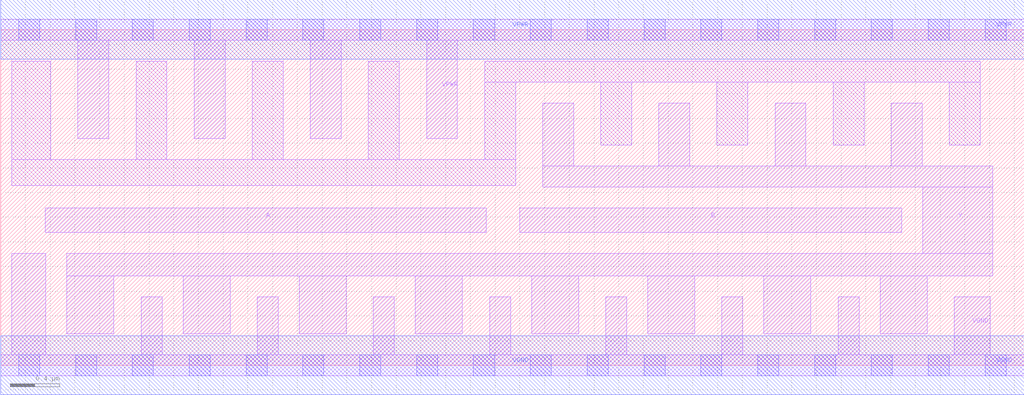
<source format=lef>
# Copyright 2020 The SkyWater PDK Authors
#
# Licensed under the Apache License, Version 2.0 (the "License");
# you may not use this file except in compliance with the License.
# You may obtain a copy of the License at
#
#     https://www.apache.org/licenses/LICENSE-2.0
#
# Unless required by applicable law or agreed to in writing, software
# distributed under the License is distributed on an "AS IS" BASIS,
# WITHOUT WARRANTIES OR CONDITIONS OF ANY KIND, either express or implied.
# See the License for the specific language governing permissions and
# limitations under the License.
#
# SPDX-License-Identifier: Apache-2.0

VERSION 5.7 ;
  NAMESCASESENSITIVE ON ;
  NOWIREEXTENSIONATPIN ON ;
  DIVIDERCHAR "/" ;
  BUSBITCHARS "[]" ;
UNITS
  DATABASE MICRONS 200 ;
END UNITS
PROPERTYDEFINITIONS
  MACRO maskLayoutSubType STRING ;
  MACRO prCellType STRING ;
  MACRO originalViewName STRING ;
END PROPERTYDEFINITIONS
MACRO sky130_fd_sc_hdll__nor2_8
  CLASS CORE ;
  FOREIGN sky130_fd_sc_hdll__nor2_8 ;
  ORIGIN  0.000000  0.000000 ;
  SIZE  8.280000 BY  2.720000 ;
  SYMMETRY X Y R90 ;
  SITE unithd ;
  PIN A
    ANTENNAGATEAREA  2.220000 ;
    DIRECTION INPUT ;
    USE SIGNAL ;
    PORT
      LAYER li1 ;
        RECT 0.360000 1.075000 3.930000 1.275000 ;
    END
  END A
  PIN B
    ANTENNAGATEAREA  2.220000 ;
    DIRECTION INPUT ;
    USE SIGNAL ;
    PORT
      LAYER li1 ;
        RECT 4.200000 1.075000 7.290000 1.275000 ;
    END
  END B
  PIN Y
    ANTENNADIFFAREA  2.889000 ;
    DIRECTION OUTPUT ;
    USE SIGNAL ;
    PORT
      LAYER li1 ;
        RECT 0.535000 0.255000 0.915000 0.725000 ;
        RECT 0.535000 0.725000 8.025000 0.905000 ;
        RECT 1.475000 0.255000 1.855000 0.725000 ;
        RECT 2.415000 0.255000 2.795000 0.725000 ;
        RECT 3.355000 0.255000 3.735000 0.725000 ;
        RECT 4.295000 0.255000 4.675000 0.725000 ;
        RECT 4.385000 1.445000 8.025000 1.615000 ;
        RECT 4.385000 1.615000 4.635000 2.125000 ;
        RECT 5.235000 0.255000 5.615000 0.725000 ;
        RECT 5.325000 1.615000 5.575000 2.125000 ;
        RECT 6.175000 0.255000 6.555000 0.725000 ;
        RECT 6.265000 1.615000 6.515000 2.125000 ;
        RECT 7.115000 0.255000 7.495000 0.725000 ;
        RECT 7.205000 1.615000 7.455000 2.125000 ;
        RECT 7.460000 0.905000 8.025000 1.445000 ;
    END
  END Y
  PIN VGND
    DIRECTION INOUT ;
    USE GROUND ;
    PORT
      LAYER li1 ;
        RECT 0.000000 -0.085000 8.280000 0.085000 ;
        RECT 0.090000  0.085000 0.365000 0.905000 ;
        RECT 1.135000  0.085000 1.305000 0.555000 ;
        RECT 2.075000  0.085000 2.245000 0.555000 ;
        RECT 3.015000  0.085000 3.185000 0.555000 ;
        RECT 3.955000  0.085000 4.125000 0.555000 ;
        RECT 4.895000  0.085000 5.065000 0.555000 ;
        RECT 5.835000  0.085000 6.005000 0.555000 ;
        RECT 6.775000  0.085000 6.945000 0.555000 ;
        RECT 7.715000  0.085000 8.005000 0.555000 ;
      LAYER mcon ;
        RECT 0.145000 -0.085000 0.315000 0.085000 ;
        RECT 0.605000 -0.085000 0.775000 0.085000 ;
        RECT 1.065000 -0.085000 1.235000 0.085000 ;
        RECT 1.525000 -0.085000 1.695000 0.085000 ;
        RECT 1.985000 -0.085000 2.155000 0.085000 ;
        RECT 2.445000 -0.085000 2.615000 0.085000 ;
        RECT 2.905000 -0.085000 3.075000 0.085000 ;
        RECT 3.365000 -0.085000 3.535000 0.085000 ;
        RECT 3.825000 -0.085000 3.995000 0.085000 ;
        RECT 4.285000 -0.085000 4.455000 0.085000 ;
        RECT 4.745000 -0.085000 4.915000 0.085000 ;
        RECT 5.205000 -0.085000 5.375000 0.085000 ;
        RECT 5.665000 -0.085000 5.835000 0.085000 ;
        RECT 6.125000 -0.085000 6.295000 0.085000 ;
        RECT 6.585000 -0.085000 6.755000 0.085000 ;
        RECT 7.045000 -0.085000 7.215000 0.085000 ;
        RECT 7.505000 -0.085000 7.675000 0.085000 ;
        RECT 7.965000 -0.085000 8.135000 0.085000 ;
      LAYER met1 ;
        RECT 0.000000 -0.240000 8.280000 0.240000 ;
    END
  END VGND
  PIN VPWR
    DIRECTION INOUT ;
    USE POWER ;
    PORT
      LAYER li1 ;
        RECT 0.000000 2.635000 8.280000 2.805000 ;
        RECT 0.625000 1.835000 0.875000 2.635000 ;
        RECT 1.565000 1.835000 1.815000 2.635000 ;
        RECT 2.505000 1.835000 2.755000 2.635000 ;
        RECT 3.445000 1.835000 3.695000 2.635000 ;
      LAYER mcon ;
        RECT 0.145000 2.635000 0.315000 2.805000 ;
        RECT 0.605000 2.635000 0.775000 2.805000 ;
        RECT 1.065000 2.635000 1.235000 2.805000 ;
        RECT 1.525000 2.635000 1.695000 2.805000 ;
        RECT 1.985000 2.635000 2.155000 2.805000 ;
        RECT 2.445000 2.635000 2.615000 2.805000 ;
        RECT 2.905000 2.635000 3.075000 2.805000 ;
        RECT 3.365000 2.635000 3.535000 2.805000 ;
        RECT 3.825000 2.635000 3.995000 2.805000 ;
        RECT 4.285000 2.635000 4.455000 2.805000 ;
        RECT 4.745000 2.635000 4.915000 2.805000 ;
        RECT 5.205000 2.635000 5.375000 2.805000 ;
        RECT 5.665000 2.635000 5.835000 2.805000 ;
        RECT 6.125000 2.635000 6.295000 2.805000 ;
        RECT 6.585000 2.635000 6.755000 2.805000 ;
        RECT 7.045000 2.635000 7.215000 2.805000 ;
        RECT 7.505000 2.635000 7.675000 2.805000 ;
        RECT 7.965000 2.635000 8.135000 2.805000 ;
      LAYER met1 ;
        RECT 0.000000 2.480000 8.280000 2.960000 ;
    END
  END VPWR
  OBS
    LAYER li1 ;
      RECT 0.090000 1.455000 4.165000 1.665000 ;
      RECT 0.090000 1.665000 0.405000 2.465000 ;
      RECT 1.095000 1.665000 1.345000 2.465000 ;
      RECT 2.035000 1.665000 2.285000 2.465000 ;
      RECT 2.975000 1.665000 3.225000 2.465000 ;
      RECT 3.915000 1.665000 4.165000 2.295000 ;
      RECT 3.915000 2.295000 7.925000 2.465000 ;
      RECT 4.855000 1.785000 5.105000 2.295000 ;
      RECT 5.795000 1.785000 6.045000 2.295000 ;
      RECT 6.735000 1.785000 6.985000 2.295000 ;
      RECT 7.675000 1.785000 7.925000 2.295000 ;
  END
  PROPERTY maskLayoutSubType "abstract" ;
  PROPERTY prCellType "standard" ;
  PROPERTY originalViewName "layout" ;
END sky130_fd_sc_hdll__nor2_8

</source>
